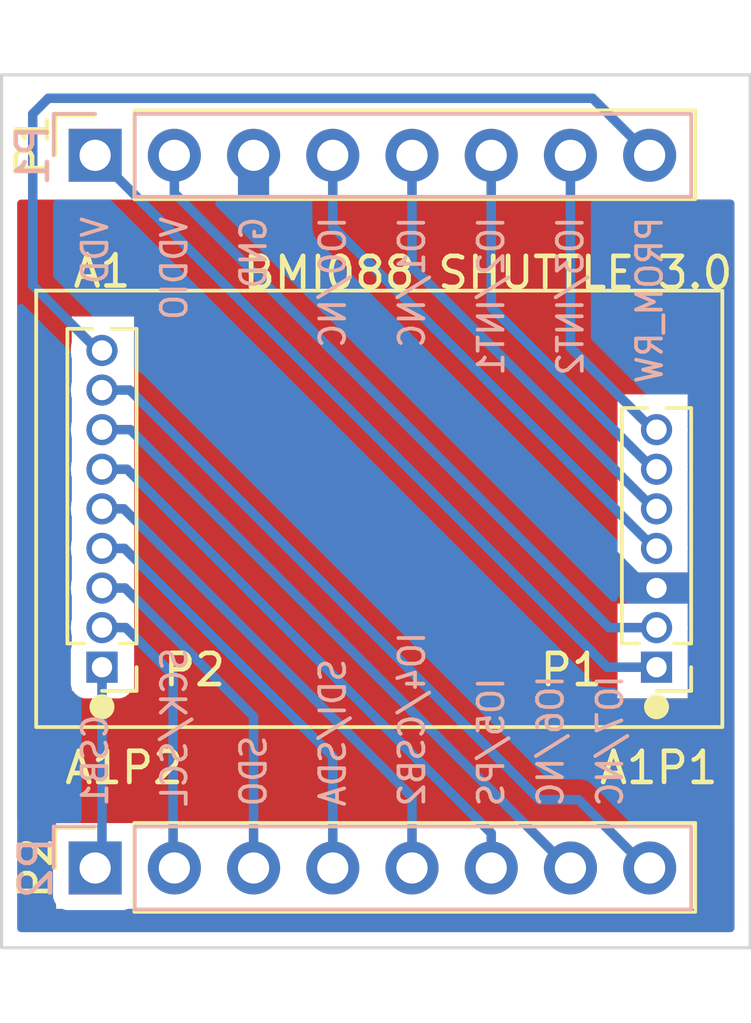
<source format=kicad_pcb>
(kicad_pcb (version 20221018) (generator pcbnew)
  (layers (0 "F.Cu" signal) (31 "B.Cu" signal) (34 "B.Paste" user) (35 "F.Paste" user) (36 "B.SilkS" user "B.Silkscreen") (37 "F.SilkS" user "F.Silkscreen") (38 "B.Mask" user) (39 "F.Mask" user) (44 "Edge.Cuts" user))
  (net 0 "")
  (net 1 "Net-(A1-XVDD)")
  (net 2 "Net-(A1-XVDDIO)")
  (net 3 "Net-(A1-GND)")
  (net 4 "Net-(A1-GPIO0)")
  (net 5 "Net-(A1-GPIO1)")
  (net 6 "Net-(A1-INT1)")
  (net 7 "Net-(A1-INT2)")
  (net 8 "Net-(A1-CSB1)")
  (net 9 "Net-(A1-SCK)")
  (net 10 "Net-(A1-SDO2)")
  (net 11 "Net-(A1-SDI)")
  (net 12 "Net-(A1-CSB2)")
  (net 13 "Net-(A1-PS)")
  (net 14 "Net-(A1-GPIO6)")
  (net 15 "Net-(A1-GPIO7)")
  (net 16 "Net-(A1-PROM_RW)")
  (footprint ".stumbler:ASSY_BMI088_SHUTTLE_3" (layer "F.Cu") (at 136.11 79.92)
    (fp_text reference "A1" (at -8.89 -7.62) (layer "F.SilkS"))
    (fp_text value "BMI088_SHUTTLE_3")
    (fp_text user "A1P1" (at 6.985 8.89 unlocked) (layer "F.SilkS") (effects (justify left bottom)))
    (fp_text user "P1" (at 5.08 5.75 unlocked) (layer "F.SilkS") (effects (justify left bottom)))
    (fp_text user "BMI088 SHUTTLE 3.0" (at -4.445 -6.985 unlocked) (layer "F.SilkS") (effects (justify left bottom)))
    (fp_text user "A1P2" (at -10.16 8.89 unlocked) (layer "F.SilkS") (effects (justify left bottom)))
    (fp_text user "P2" (at -7 5.75 unlocked) (layer "F.SilkS") (effects (justify left bottom)))
    (fp_line (start -10 4.32) (end -10 -5.775) (stroke (width 0.12)) (layer "F.SilkS"))
    (fp_line (start -9.453471 4.32) (end -10 4.32) (stroke (width 0.12)) (layer "F.SilkS"))
    (fp_line (start -9.19753 -5.775) (end -10 -5.775) (stroke (width 0.12)) (layer "F.SilkS"))
    (fp_line (start -7.78 -5.775) (end -8.58247 -5.775) (stroke (width 0.12)) (layer "F.SilkS"))
    (fp_line (start -7.78 4.32) (end -8.326529 4.32) (stroke (width 0.12)) (layer "F.SilkS"))
    (fp_line (start -7.78 4.32) (end -7.78 -5.775) (stroke (width 0.12)) (layer "F.SilkS"))
    (fp_line (start -7.78 5.08) (end -7.78 5.84) (stroke (width 0.12)) (layer "F.SilkS"))
    (fp_line (start -7.78 5.84) (end -8.89 5.84) (stroke (width 0.12)) (layer "F.SilkS"))
    (fp_line (start 7.78 4.32) (end 7.78 -3.235) (stroke (width 0.12)) (layer "F.SilkS"))
    (fp_line (start 8.326529 4.32) (end 7.78 4.32) (stroke (width 0.12)) (layer "F.SilkS"))
    (fp_line (start 8.58247 -3.235) (end 7.78 -3.235) (stroke (width 0.12)) (layer "F.SilkS"))
    (fp_line (start 10 -3.235) (end 9.19753 -3.235) (stroke (width 0.12)) (layer "F.SilkS"))
    (fp_line (start 10 4.32) (end 9.453471 4.32) (stroke (width 0.12)) (layer "F.SilkS"))
    (fp_line (start 10 4.32) (end 10 -3.235) (stroke (width 0.12)) (layer "F.SilkS"))
    (fp_line (start 10 5.08) (end 10 5.84) (stroke (width 0.12)) (layer "F.SilkS"))
    (fp_line (start 10 5.84) (end 8.89 5.84) (stroke (width 0.12)) (layer "F.SilkS"))
    (fp_rect (start -11 -7) (end 11 7) (stroke (width 0.12)) (fill none) (layer "F.SilkS"))
    (fp_circle (center -8.89 6.35) (end -9.09 6.35) (stroke (width 0.4)) (fill none) (layer "F.SilkS"))
    (fp_circle (center 8.89 6.35) (end 8.69 6.35) (stroke (width 0.4)) (fill none) (layer "F.SilkS"))
    (pad "11" thru_hole rect (at 8.89 5.08 180) (size 1 1) (drill 0.65) (layers "*.Cu" "*.Mask") (net 1 "Net-(A1-XVDD)"))
    (pad "12" thru_hole oval (at 8.89 3.81 180) (size 1 1) (drill 0.65) (layers "*.Cu" "*.Mask") (net 2 "Net-(A1-XVDDIO)"))
    (pad "13" thru_hole oval (at 8.89 2.54 180) (size 1 1) (drill 0.65) (layers "*.Cu" "*.Mask") (net 3 "Net-(A1-GND)"))
    (pad "14" thru_hole oval (at 8.89 1.27 180) (size 1 1) (drill 0.65) (layers "*.Cu" "*.Mask") (net 4 "Net-(A1-GPIO0)"))
    (pad "15" thru_hole oval (at 8.89 0 180) (size 1 1) (drill 0.65) (layers "*.Cu" "*.Mask") (net 5 "Net-(A1-GPIO1)"))
    (pad "16" thru_hole oval (at 8.89 -1.27 180) (size 1 1) (drill 0.65) (layers "*.Cu" "*.Mask") (net 6 "Net-(A1-INT1)"))
    (pad "17" thru_hole oval (at 8.89 -2.54 180) (size 1 1) (drill 0.65) (layers "*.Cu" "*.Mask") (net 7 "Net-(A1-INT2)"))
    (pad "21" thru_hole rect (at -8.89 5.08 180) (size 1 1) (drill 0.65) (layers "*.Cu" "*.Mask") (net 8 "Net-(A1-CSB1)"))
    (pad "22" thru_hole oval (at -8.89 3.81 180) (size 1 1) (drill 0.65) (layers "*.Cu" "*.Mask") (net 9 "Net-(A1-SCK)"))
    (pad "23" thru_hole oval (at -8.89 2.54 180) (size 1 1) (drill 0.65) (layers "*.Cu" "*.Mask") (net 10 "Net-(A1-SDO2)"))
    (pad "24" thru_hole oval (at -8.89 1.27 180) (size 1 1) (drill 0.65) (layers "*.Cu" "*.Mask") (net 11 "Net-(A1-SDI)"))
    (pad "25" thru_hole oval (at -8.89 0 180) (size 1 1) (drill 0.65) (layers "*.Cu" "*.Mask") (net 12 "Net-(A1-CSB2)"))
    (pad "26" thru_hole oval (at -8.89 -1.27 180) (size 1 1) (drill 0.65) (layers "*.Cu" "*.Mask") (net 13 "Net-(A1-PS)"))
    (pad "27" thru_hole oval (at -8.89 -2.54 180) (size 1 1) (drill 0.65) (layers "*.Cu" "*.Mask") (net 14 "Net-(A1-GPIO6)"))
    (pad "28" thru_hole oval (at -8.89 -3.81 180) (size 1 1) (drill 0.65) (layers "*.Cu" "*.Mask") (net 15 "Net-(A1-GPIO7)"))
    (pad "29" thru_hole oval (at -8.89 -5.08 180) (size 1 1) (drill 0.65) (layers "*.Cu" "*.Mask") (net 16 "Net-(A1-PROM_RW)"))
  )
  (footprint "Connector_PinHeader_2.54mm:PinHeader_1x08_P2.54mm_Vertical" (layer "B.Cu") (at 127 68.58 -90)
    (fp_text reference "P1" (at 0 2 90) (layer "B.SilkS") (effects (justify mirror)))
    (fp_text value "IO_JACK_M08")
    (fp_text user "${REFERENCE}" (at -0.33 2 -270) (layer "F.SilkS"))
    (fp_line (start -1.33 -19.11) (end 1.33 -19.11) (stroke (width 0.12)) (layer "B.SilkS"))
    (fp_line (start -1.33 -1.27) (end -1.33 -19.11) (stroke (width 0.12)) (layer "B.SilkS"))
    (fp_line (start -1.33 -1.27) (end 1.33 -1.27) (stroke (width 0.12)) (layer "B.SilkS"))
    (fp_line (start -1.33 0) (end -1.33 1.33) (stroke (width 0.12)) (layer "B.SilkS"))
    (fp_line (start -1.33 1.33) (end 0 1.33) (stroke (width 0.12)) (layer "B.SilkS"))
    (fp_line (start 1.33 -1.27) (end 1.33 -19.11) (stroke (width 0.12)) (layer "B.SilkS"))
    (pad "1" thru_hole rect (at 0 0 270) (size 1.7 1.7) (drill 1) (layers "*.Cu" "*.Mask") (net 1 "Net-(A1-XVDD)"))
    (pad "2" thru_hole oval (at 0 -2.54 270) (size 1.7 1.7) (drill 1) (layers "*.Cu" "*.Mask") (net 2 "Net-(A1-XVDDIO)"))
    (pad "3" thru_hole oval (at 0 -5.08 270) (size 1.7 1.7) (drill 1) (layers "*.Cu" "*.Mask") (net 3 "Net-(A1-GND)"))
    (pad "4" thru_hole oval (at 0 -7.62 270) (size 1.7 1.7) (drill 1) (layers "*.Cu" "*.Mask") (net 4 "Net-(A1-GPIO0)"))
    (pad "5" thru_hole oval (at 0 -10.16 270) (size 1.7 1.7) (drill 1) (layers "*.Cu" "*.Mask") (net 5 "Net-(A1-GPIO1)"))
    (pad "6" thru_hole oval (at 0 -12.7 270) (size 1.7 1.7) (drill 1) (layers "*.Cu" "*.Mask") (net 6 "Net-(A1-INT1)"))
    (pad "7" thru_hole oval (at 0 -15.24 270) (size 1.7 1.7) (drill 1) (layers "*.Cu" "*.Mask") (net 7 "Net-(A1-INT2)"))
    (pad "8" thru_hole oval (at 0 -17.78 270) (size 1.7 1.7) (drill 1) (layers "*.Cu" "*.Mask") (net 16 "Net-(A1-PROM_RW)"))
  )
  (footprint "Connector_PinHeader_2.54mm:PinHeader_1x08_P2.54mm_Vertical" (layer "B.Cu") (at 127 91.44 -90)
    (fp_text reference "P2" (at 0 1.905 90) (layer "B.SilkS") (effects (justify mirror)))
    (fp_text value "IO_JACK_M08")
    (fp_text user "${REFERENCE}" (at 0 1.905 -270) (layer "F.SilkS"))
    (fp_line (start -1.33 -19.11) (end 1.33 -19.11) (stroke (width 0.12)) (layer "B.SilkS"))
    (fp_line (start -1.33 -1.27) (end -1.33 -19.11) (stroke (width 0.12)) (layer "B.SilkS"))
    (fp_line (start -1.33 -1.27) (end 1.33 -1.27) (stroke (width 0.12)) (layer "B.SilkS"))
    (fp_line (start -1.33 0) (end -1.33 1.33) (stroke (width 0.12)) (layer "B.SilkS"))
    (fp_line (start -1.33 1.33) (end 0 1.33) (stroke (width 0.12)) (layer "B.SilkS"))
    (fp_line (start 1.33 -1.27) (end 1.33 -19.11) (stroke (width 0.12)) (layer "B.SilkS"))
    (pad "1" thru_hole rect (at 0 0 270) (size 1.7 1.7) (drill 1) (layers "*.Cu" "*.Mask") (net 8 "Net-(A1-CSB1)"))
    (pad "2" thru_hole oval (at 0 -2.54 270) (size 1.7 1.7) (drill 1) (layers "*.Cu" "*.Mask") (net 9 "Net-(A1-SCK)"))
    (pad "3" thru_hole oval (at 0 -5.08 270) (size 1.7 1.7) (drill 1) (layers "*.Cu" "*.Mask") (net 10 "Net-(A1-SDO2)"))
    (pad "4" thru_hole oval (at 0 -7.62 270) (size 1.7 1.7) (drill 1) (layers "*.Cu" "*.Mask") (net 11 "Net-(A1-SDI)"))
    (pad "5" thru_hole oval (at 0 -10.16 270) (size 1.7 1.7) (drill 1) (layers "*.Cu" "*.Mask") (net 12 "Net-(A1-CSB2)"))
    (pad "6" thru_hole oval (at 0 -12.7 270) (size 1.7 1.7) (drill 1) (layers "*.Cu" "*.Mask") (net 13 "Net-(A1-PS)"))
    (pad "7" thru_hole oval (at 0 -15.24 270) (size 1.7 1.7) (drill 1) (layers "*.Cu" "*.Mask") (net 14 "Net-(A1-GPIO6)"))
    (pad "8" thru_hole oval (at 0 -17.78 270) (size 1.7 1.7) (drill 1) (layers "*.Cu" "*.Mask") (net 15 "Net-(A1-GPIO7)"))
  )
  (gr_line (start 125.73 91.44) (end 125.73 90.17) (stroke (width 0.1)) (layer "F.SilkS"))
  (gr_line (start 125.73 68.58) (end 125.73 67.31) (stroke (width 0.1)) (layer "F.SilkS"))
  (gr_rect (start 128.25 67.127) (end 146.25 69.996) (stroke (width 0.1)) (fill none) (layer "F.SilkS"))
  (gr_rect (start 128.25 89.987) (end 146.25 92.856) (stroke (width 0.1)) (fill none) (layer "F.SilkS"))
  (gr_line (start 125.73 90.17) (end 127 90.17) (stroke (width 0.1)) (layer "F.SilkS"))
  (gr_line (start 125.73 67.31) (end 127 67.31) (stroke (width 0.1)) (layer "F.SilkS"))
  (gr_rect (start 124 66) (end 148 94) (stroke (width 0.1)) (fill none) (layer "Edge.Cuts"))
  (gr_text "SDI/SDA" (at 134.62 89.535 90) (layer "B.SilkS") (effects (font (size 0.8 0.75) (thickness 0.12)) (justify right mirror)))
  (gr_text "CSB1" (at 127 89.535 90) (layer "B.SilkS") (effects (font (size 0.8 0.75) (thickness 0.12)) (justify right mirror)))
  (gr_text "VDDIO" (at 129.54 70.485 90) (layer "B.SilkS") (effects (font (size 0.8 0.75) (thickness 0.12)) (justify left mirror)))
  (gr_text "IO3/INT2" (at 142.24 70.485 90) (layer "B.SilkS") (effects (font (size 0.8 0.75) (thickness 0.12)) (justify left mirror)))
  (gr_text "IO4/CSB2" (at 137.16 89.535 90) (layer "B.SilkS") (effects (font (size 0.8 0.75) (thickness 0.12)) (justify right mirror)))
  (gr_text "PROM_RW" (at 144.78 70.485 90) (layer "B.SilkS") (effects (font (size 0.8 0.75) (thickness 0.12)) (justify left mirror)))
  (gr_text "IO5/PS" (at 139.7 89.535 90) (layer "B.SilkS") (effects (font (size 0.8 0.75) (thickness 0.12)) (justify right mirror)))
  (gr_text "SCK/SCL" (at 129.54 89.535 90) (layer "B.SilkS") (effects (font (size 0.8 0.75) (thickness 0.12)) (justify right mirror)))
  (gr_text "IO6/NC" (at 141.605 89.535 90) (layer "B.SilkS") (effects (font (size 0.8 0.75) (thickness 0.12)) (justify right mirror)))
  (gr_text "IO0/NC" (at 134.62 70.485 90) (layer "B.SilkS") (effects (font (size 0.8 0.75) (thickness 0.12)) (justify left mirror)))
  (gr_text "IO2/INT1" (at 139.7 70.485 90) (layer "B.SilkS") (effects (font (size 0.8 0.75) (thickness 0.12)) (justify left mirror)))
  (gr_text "VDD" (at 127 70.485 90) (layer "B.SilkS") (effects (font (size 0.8 0.75) (thickness 0.12)) (justify left mirror)))
  (gr_text "IO7/NC" (at 143.51 89.535 90) (layer "B.SilkS") (effects (font (size 0.8 0.75) (thickness 0.12)) (justify right mirror)))
  (gr_text "GND" (at 132.08 70.485 90) (layer "B.SilkS") (effects (font (size 0.8 0.75) (thickness 0.12)) (justify left mirror)))
  (gr_text "IO1/NC" (at 137.16 70.485 90) (layer "B.SilkS") (effects (font (size 0.8 0.75) (thickness 0.12)) (justify left mirror)))
  (gr_text "SDO" (at 132.08 89.535 90) (layer "B.SilkS") (effects (font (size 0.8 0.75) (thickness 0.12)) (justify right mirror)))
  (segment (start 143.42 85) (end 145 85) (width 0.3048) (layer "B.Cu") (net 1))
  (segment (start 127 68.58) (end 143.42 85) (width 0.3048) (layer "B.Cu") (net 1))
  (segment (start 129.54 69.79) (end 143.48 83.73) (width 0.3048) (layer "B.Cu") (net 2))
  (segment (start 143.48 83.73) (end 145 83.73) (width 0.3048) (layer "B.Cu") (net 2))
  (segment (start 129.54 68.58) (end 129.54 69.79) (width 0.3048) (layer "B.Cu") (net 2))
  (segment (start 142.96 82.46) (end 142.75 82.25) (width 1) (layer "F.Cu") (net 3))
  (segment (start 132.25 70.75) (end 132.08 70.58) (width 1) (layer "F.Cu") (net 3))
  (segment (start 132.08 68.58) (end 132.08 70.58) (width 1) (layer "F.Cu") (net 3))
  (segment (start 145 82.46) (end 142.96 82.46) (width 1) (layer "F.Cu") (net 3))
  (segment (start 145 82.46) (end 146.5 82.46) (width 1) (layer "F.Cu") (net 3))
  (segment (start 132.08 68.58) (end 132.08 70.33) (width 1) (layer "B.Cu") (net 3))
  (segment (start 144.21 82.46) (end 145 82.46) (width 1) (layer "B.Cu") (net 3))
  (segment (start 146.75 82.5) (end 146.71 82.46) (width 0.635) (layer "B.Cu") (net 3))
  (segment (start 132.08 70.33) (end 144.21 82.46) (width 1) (layer "B.Cu") (net 3))
  (segment (start 145 82.46) (end 146.71 82.46) (width 1) (layer "B.Cu") (net 3))
  (segment (start 134.62 68.58) (end 134.62 70.87) (width 0.3048) (layer "B.Cu") (net 4))
  (segment (start 134.62 70.87) (end 144.94 81.19) (width 0.3048) (layer "B.Cu") (net 4))
  (segment (start 144.94 81.19) (end 145 81.19) (width 0.3048) (layer "B.Cu") (net 4))
  (segment (start 137.16 72.16) (end 144.92 79.92) (width 0.3048) (layer "B.Cu") (net 5))
  (segment (start 144.92 79.92) (end 145 79.92) (width 0.3048) (layer "B.Cu") (net 5))
  (segment (start 137.16 68.58) (end 137.16 72.16) (width 0.3048) (layer "B.Cu") (net 5))
  (segment (start 139.7 73.45) (end 144.9 78.65) (width 0.3048) (layer "B.Cu") (net 6))
  (segment (start 139.7 68.58) (end 139.7 73.45) (width 0.3048) (layer "B.Cu") (net 6))
  (segment (start 144.9 78.65) (end 145 78.65) (width 0.3048) (layer "B.Cu") (net 6))
  (segment (start 145 77.38) (end 144.88 77.38) (width 0.3048) (layer "B.Cu") (net 7))
  (segment (start 144.88 77.38) (end 142.24 74.74) (width 0.3048) (layer "B.Cu") (net 7))
  (segment (start 142.24 74.74) (end 142.24 68.58) (width 0.3048) (layer "B.Cu") (net 7))
  (segment (start 127.22 91.22) (end 127 91.44) (width 0.3048) (layer "B.Cu") (net 8))
  (segment (start 127.22 85) (end 127.22 91.22) (width 0.3048) (layer "B.Cu") (net 8))
  (segment (start 129.5 85.25) (end 129.5 91.4) (width 0.3048) (layer "B.Cu") (net 9))
  (segment (start 127.98 83.73) (end 129.5 85.25) (width 0.3048) (layer "B.Cu") (net 9))
  (segment (start 129.5 91.4) (end 129.54 91.44) (width 0.3048) (layer "B.Cu") (net 9))
  (segment (start 127.22 83.73) (end 127.98 83.73) (width 0.3048) (layer "B.Cu") (net 9))
  (segment (start 127.96 82.46) (end 132.08 86.58) (width 0.3048) (layer "B.Cu") (net 10))
  (segment (start 127.22 82.46) (end 127.96 82.46) (width 0.3048) (layer "B.Cu") (net 10))
  (segment (start 132.08 86.58) (end 132.08 91.44) (width 0.3048) (layer "B.Cu") (net 10))
  (segment (start 127.94 81.19) (end 134.62 87.87) (width 0.3048) (layer "B.Cu") (net 11))
  (segment (start 127.22 81.19) (end 127.94 81.19) (width 0.3048) (layer "B.Cu") (net 11))
  (segment (start 134.62 87.87) (end 134.62 91.44) (width 0.3048) (layer "B.Cu") (net 11))
  (segment (start 137.16 89.16) (end 137.16 91.44) (width 0.3048) (layer "B.Cu") (net 12))
  (segment (start 127.92 79.92) (end 137.16 89.16) (width 0.3048) (layer "B.Cu") (net 12))
  (segment (start 127.22 79.92) (end 127.92 79.92) (width 0.3048) (layer "B.Cu") (net 12))
  (segment (start 128.025 78.65) (end 139.7 90.325) (width 0.3048) (layer "B.Cu") (net 13))
  (segment (start 139.7 90.325) (end 139.7 91.44) (width 0.3048) (layer "B.Cu") (net 13))
  (segment (start 127.22 78.65) (end 128.025 78.65) (width 0.3048) (layer "B.Cu") (net 13))
  (segment (start 127.22 77.38) (end 128.13 77.38) (width 0.3048) (layer "B.Cu") (net 14))
  (segment (start 142.19 91.44) (end 142.24 91.44) (width 0.3048) (layer "B.Cu") (net 14))
  (segment (start 128.13 77.38) (end 142.19 91.44) (width 0.3048) (layer "B.Cu") (net 14))
  (segment (start 128.11 76.11) (end 141.25 89.25) (width 0.3048) (layer "B.Cu") (net 15))
  (segment (start 144.69 91.44) (end 144.78 91.44) (width 0.3048) (layer "B.Cu") (net 15))
  (segment (start 127.22 76.11) (end 128.11 76.11) (width 0.3048) (layer "B.Cu") (net 15))
  (segment (start 142.5 89.25) (end 144.69 91.44) (width 0.3048) (layer "B.Cu") (net 15))
  (segment (start 141.25 89.25) (end 142.5 89.25) (width 0.3048) (layer "B.Cu") (net 15))
  (segment (start 142.95 66.75) (end 144.78 68.58) (width 0.3048) (layer "B.Cu") (net 16))
  (segment (start 125.5 66.75) (end 142.95 66.75) (width 0.3048) (layer "B.Cu") (net 16))
  (segment (start 127.22 74.84) (end 127.09 74.84) (width 0.3048) (layer "B.Cu") (net 16))
  (segment (start 125 72.75) (end 125 67.25) (width 0.3048) (layer "B.Cu") (net 16))
  (segment (start 127.09 74.84) (end 125 72.75) (width 0.3048) (layer "B.Cu") (net 16))
  (segment (start 125 67.25) (end 125.5 66.75) (width 0.3048) (layer "B.Cu") (net 16))
  (zone (net 3) (net_name "Net-(A1-GND)") (layer "F.Cu") (connect_pads (clearance 0.5)) (min_thickness 0.25) (fill yes (thermal_gap 0.5) (thermal_bridge_width 0.5))
    (polygon (pts (xy 124.5 66.5) (xy 147.5 66.5) (xy 147.5 90) (xy 124.5 90)))
  )
  (zone (net 0) (net_name "") (layers "F&B.Cu") (connect_pads (clearance 0)) (min_thickness 0.25)
    (keepout (tracks allowed) (vias allowed) (pads allowed) (copperpour not_allowed) (footprints allowed))
    (fill (thermal_gap 0.5) (thermal_bridge_width 0.5))
    (polygon (pts (xy 126.25 73.75) (xy 128.25 73.75) (xy 128.25 85.75) (xy 126.25 85.75)))
  )
  (zone (net 0) (net_name "") (layers "F&B.Cu") (connect_pads (clearance 0)) (min_thickness 0.25)
    (keepout (tracks allowed) (vias allowed) (pads allowed) (copperpour not_allowed) (footprints allowed))
    (fill (thermal_gap 0.5) (thermal_bridge_width 0.5))
    (polygon (pts (xy 124.5 70) (xy 124.5 66.5) (xy 147.5 66.25) (xy 147.5 70)))
  )
  (zone (net 0) (net_name "") (layers "F&B.Cu") (connect_pads (clearance 0)) (min_thickness 0.25)
    (keepout (tracks allowed) (vias allowed) (pads allowed) (copperpour not_allowed) (footprints allowed))
    (fill (thermal_gap 0.5) (thermal_bridge_width 0.5))
    (polygon (pts (xy 143.75 76.25) (xy 146 76.25) (xy 146 86) (xy 143.75 86)))
  )
  (zone (net 0) (net_name "") (layers "F&B.Cu") (connect_pads (clearance 0)) (min_thickness 0.25)
    (keepout (tracks allowed) (vias allowed) (pads allowed) (copperpour not_allowed) (footprints allowed))
    (fill (thermal_gap 0.5) (thermal_bridge_width 0.5))
    (polygon (pts (xy 125.75 92.75) (xy 125.75 90) (xy 146.25 90) (xy 146.25 92.75)))
  )
  (zone (net 3) (net_name "Net-(A1-GND)") (layer "B.Cu") (priority 1) (connect_pads (clearance 0.5)) (min_thickness 0.25) (fill yes (thermal_gap 0.5) (thermal_bridge_width 0.5))
    (polygon (pts (xy 124.5 66.5) (xy 147.5 66.5) (xy 147.5 93.5) (xy 124.5 93.5)))
  )
)
</source>
